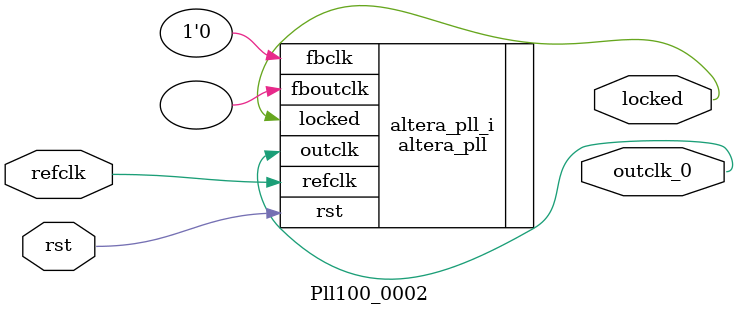
<source format=v>
`timescale 1ns/10ps
module  Pll100_0002(

	// interface 'refclk'
	input wire refclk,

	// interface 'reset'
	input wire rst,

	// interface 'outclk0'
	output wire outclk_0,

	// interface 'locked'
	output wire locked
);

	altera_pll #(
		.fractional_vco_multiplier("false"),
		.reference_clock_frequency("50.0 MHz"),
		.operation_mode("direct"),
		.number_of_clocks(1),
		.output_clock_frequency0("100.000000 MHz"),
		.phase_shift0("0 ps"),
		.duty_cycle0(50),
		.output_clock_frequency1("0 MHz"),
		.phase_shift1("0 ps"),
		.duty_cycle1(50),
		.output_clock_frequency2("0 MHz"),
		.phase_shift2("0 ps"),
		.duty_cycle2(50),
		.output_clock_frequency3("0 MHz"),
		.phase_shift3("0 ps"),
		.duty_cycle3(50),
		.output_clock_frequency4("0 MHz"),
		.phase_shift4("0 ps"),
		.duty_cycle4(50),
		.output_clock_frequency5("0 MHz"),
		.phase_shift5("0 ps"),
		.duty_cycle5(50),
		.output_clock_frequency6("0 MHz"),
		.phase_shift6("0 ps"),
		.duty_cycle6(50),
		.output_clock_frequency7("0 MHz"),
		.phase_shift7("0 ps"),
		.duty_cycle7(50),
		.output_clock_frequency8("0 MHz"),
		.phase_shift8("0 ps"),
		.duty_cycle8(50),
		.output_clock_frequency9("0 MHz"),
		.phase_shift9("0 ps"),
		.duty_cycle9(50),
		.output_clock_frequency10("0 MHz"),
		.phase_shift10("0 ps"),
		.duty_cycle10(50),
		.output_clock_frequency11("0 MHz"),
		.phase_shift11("0 ps"),
		.duty_cycle11(50),
		.output_clock_frequency12("0 MHz"),
		.phase_shift12("0 ps"),
		.duty_cycle12(50),
		.output_clock_frequency13("0 MHz"),
		.phase_shift13("0 ps"),
		.duty_cycle13(50),
		.output_clock_frequency14("0 MHz"),
		.phase_shift14("0 ps"),
		.duty_cycle14(50),
		.output_clock_frequency15("0 MHz"),
		.phase_shift15("0 ps"),
		.duty_cycle15(50),
		.output_clock_frequency16("0 MHz"),
		.phase_shift16("0 ps"),
		.duty_cycle16(50),
		.output_clock_frequency17("0 MHz"),
		.phase_shift17("0 ps"),
		.duty_cycle17(50),
		.pll_type("General"),
		.pll_subtype("General")
	) altera_pll_i (
		.rst	(rst),
		.outclk	({outclk_0}),
		.locked	(locked),
		.fboutclk	( ),
		.fbclk	(1'b0),
		.refclk	(refclk)
	);
endmodule


</source>
